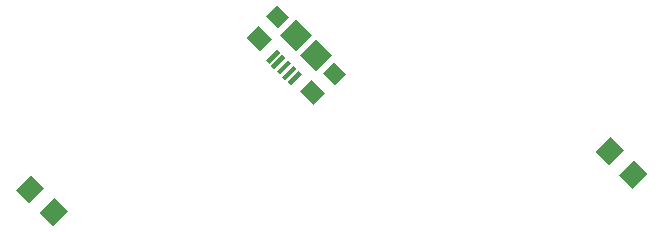
<source format=gtp>
G04 ---------------------------- Layer name :TOP PASTER LAYER*
G04 easyEDA 0.1*
G04 Scale: 100 percent, Rotated: No, Reflected: No *
G04 Dimensions in inches *
G04 leading zeros omitted , absolute positions ,2 integer and 4 * 
%FSLAX24Y24*%
%MOIN*%
G90*
G70D02*


%LPD*%
G36*
G01X20238Y10067D02*
G01X19792Y10513D01*
G01X20182Y10902D01*
G01X20627Y10457D01*
G01X20238Y10067D01*
G37*
G36*
G01X18456Y11849D02*
G01X18010Y12294D01*
G01X18400Y12684D01*
G01X18845Y12239D01*
G01X18456Y11849D01*
G37*
G36*
G01X20973Y10717D02*
G01X20569Y11121D01*
G01X20931Y11483D01*
G01X21335Y11079D01*
G01X20973Y10717D01*
G37*
G36*
G01X19064Y12626D02*
G01X18660Y13030D01*
G01X19022Y13392D01*
G01X19426Y12988D01*
G01X19064Y12626D01*
G37*
G36*
G01X20330Y11193D02*
G01X19801Y11722D01*
G01X20330Y12251D01*
G01X20859Y11722D01*
G01X20330Y11193D01*
G37*
G36*
G01X19665Y11858D02*
G01X19136Y12387D01*
G01X19665Y12916D01*
G01X20194Y12387D01*
G01X19665Y11858D01*
G37*
G36*
G01X19484Y10708D02*
G01X19372Y10819D01*
G01X19748Y11195D01*
G01X19859Y11084D01*
G01X19484Y10708D01*
G37*
G36*
G01X18762Y11429D02*
G01X18651Y11540D01*
G01X19027Y11916D01*
G01X19138Y11805D01*
G01X18762Y11429D01*
G37*
G36*
G01X19307Y10885D02*
G01X19196Y10996D01*
G01X19571Y11371D01*
G01X19682Y11260D01*
G01X19307Y10885D01*
G37*
G36*
G01X18939Y11253D02*
G01X18828Y11364D01*
G01X19203Y11739D01*
G01X19314Y11628D01*
G01X18939Y11253D01*
G37*
G36*
G01X19123Y11069D02*
G01X19012Y11180D01*
G01X19387Y11555D01*
G01X19498Y11444D01*
G01X19123Y11069D01*
G37*
G36*
G01X30857Y7269D02*
G01X30411Y7714D01*
G01X30913Y8215D01*
G01X31358Y7770D01*
G01X30857Y7269D01*
G37*
G36*
G01X30079Y8046D02*
G01X29634Y8492D01*
G01X30135Y8993D01*
G01X30580Y8548D01*
G01X30079Y8046D01*
G37*
G36*
G01X11543Y6007D02*
G01X11097Y6452D01*
G01X11599Y6954D01*
G01X12044Y6508D01*
G01X11543Y6007D01*
G37*
G36*
G01X10765Y6785D02*
G01X10319Y7230D01*
G01X10821Y7732D01*
G01X11266Y7286D01*
G01X10765Y6785D01*
G37*

M00*
M02*
</source>
